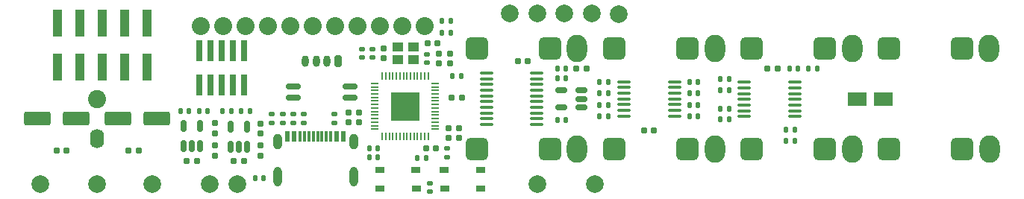
<source format=gbr>
%TF.GenerationSoftware,KiCad,Pcbnew,(6.0.2)*%
%TF.CreationDate,2022-03-16T17:45:16-04:00*%
%TF.ProjectId,cv_sequencer,63765f73-6571-4756-956e-6365722e6b69,0.1*%
%TF.SameCoordinates,Original*%
%TF.FileFunction,Soldermask,Bot*%
%TF.FilePolarity,Negative*%
%FSLAX46Y46*%
G04 Gerber Fmt 4.6, Leading zero omitted, Abs format (unit mm)*
G04 Created by KiCad (PCBNEW (6.0.2)) date 2022-03-16 17:45:16*
%MOMM*%
%LPD*%
G01*
G04 APERTURE LIST*
G04 Aperture macros list*
%AMRoundRect*
0 Rectangle with rounded corners*
0 $1 Rounding radius*
0 $2 $3 $4 $5 $6 $7 $8 $9 X,Y pos of 4 corners*
0 Add a 4 corners polygon primitive as box body*
4,1,4,$2,$3,$4,$5,$6,$7,$8,$9,$2,$3,0*
0 Add four circle primitives for the rounded corners*
1,1,$1+$1,$2,$3*
1,1,$1+$1,$4,$5*
1,1,$1+$1,$6,$7*
1,1,$1+$1,$8,$9*
0 Add four rect primitives between the rounded corners*
20,1,$1+$1,$2,$3,$4,$5,0*
20,1,$1+$1,$4,$5,$6,$7,0*
20,1,$1+$1,$6,$7,$8,$9,0*
20,1,$1+$1,$8,$9,$2,$3,0*%
%AMFreePoly0*
4,1,6,1.000000,0.000000,0.500000,-0.750000,-0.500000,-0.750000,-0.500000,0.750000,0.500000,0.750000,1.000000,0.000000,1.000000,0.000000,$1*%
G04 Aperture macros list end*
%ADD10RoundRect,0.250000X1.250000X0.550000X-1.250000X0.550000X-1.250000X-0.550000X1.250000X-0.550000X0*%
%ADD11R,0.304800X1.143000*%
%ADD12R,0.609600X1.143000*%
%ADD13O,0.990600X2.209800*%
%ADD14O,0.990600X1.803400*%
%ADD15C,2.000000*%
%ADD16RoundRect,0.155000X0.212500X0.155000X-0.212500X0.155000X-0.212500X-0.155000X0.212500X-0.155000X0*%
%ADD17RoundRect,0.147500X-0.147500X-0.172500X0.147500X-0.172500X0.147500X0.172500X-0.147500X0.172500X0*%
%ADD18RoundRect,0.147500X0.147500X0.172500X-0.147500X0.172500X-0.147500X-0.172500X0.147500X-0.172500X0*%
%ADD19RoundRect,0.147500X0.172500X-0.147500X0.172500X0.147500X-0.172500X0.147500X-0.172500X-0.147500X0*%
%ADD20O,0.800000X1.300000*%
%ADD21RoundRect,0.200000X0.200000X0.450000X-0.200000X0.450000X-0.200000X-0.450000X0.200000X-0.450000X0*%
%ADD22O,1.600000X2.200000*%
%ADD23C,2.050000*%
%ADD24FreePoly0,0.000000*%
%ADD25FreePoly0,180.000000*%
%ADD26R,1.500000X1.500000*%
%ADD27O,2.300000X3.100000*%
%ADD28RoundRect,0.650000X0.650000X-0.650000X0.650000X0.650000X-0.650000X0.650000X-0.650000X-0.650000X0*%
%ADD29C,2.032000*%
%ADD30RoundRect,0.155000X-0.212500X-0.155000X0.212500X-0.155000X0.212500X0.155000X-0.212500X0.155000X0*%
%ADD31RoundRect,0.155000X-0.155000X0.212500X-0.155000X-0.212500X0.155000X-0.212500X0.155000X0.212500X0*%
%ADD32RoundRect,0.155000X0.155000X-0.212500X0.155000X0.212500X-0.155000X0.212500X-0.155000X-0.212500X0*%
%ADD33RoundRect,0.150000X0.150000X-0.512500X0.150000X0.512500X-0.150000X0.512500X-0.150000X-0.512500X0*%
%ADD34R,1.000000X3.150000*%
%ADD35R,1.050000X0.650000*%
%ADD36RoundRect,0.100000X-0.637500X-0.100000X0.637500X-0.100000X0.637500X0.100000X-0.637500X0.100000X0*%
%ADD37RoundRect,0.147500X-0.172500X0.147500X-0.172500X-0.147500X0.172500X-0.147500X0.172500X0.147500X0*%
%ADD38RoundRect,0.100000X0.637500X0.100000X-0.637500X0.100000X-0.637500X-0.100000X0.637500X-0.100000X0*%
%ADD39RoundRect,0.050000X-0.050000X-0.387500X0.050000X-0.387500X0.050000X0.387500X-0.050000X0.387500X0*%
%ADD40RoundRect,0.050000X-0.387500X-0.050000X0.387500X-0.050000X0.387500X0.050000X-0.387500X0.050000X0*%
%ADD41C,0.508000*%
%ADD42R,3.200000X3.200000*%
%ADD43RoundRect,0.150000X0.512500X0.150000X-0.512500X0.150000X-0.512500X-0.150000X0.512500X-0.150000X0*%
%ADD44RoundRect,0.150000X-0.662500X-0.150000X0.662500X-0.150000X0.662500X0.150000X-0.662500X0.150000X0*%
%ADD45R,0.740000X2.400000*%
%ADD46R,1.150000X1.000000*%
G04 APERTURE END LIST*
D10*
%TO.C,C21*%
X112944000Y-77927200D03*
X108544000Y-77927200D03*
%TD*%
D11*
%TO.C,J4*%
X141805541Y-79952261D03*
X140805540Y-79952261D03*
X139305541Y-79952261D03*
X138305540Y-79952261D03*
D12*
X137655600Y-79952261D03*
X136855601Y-79952261D03*
D11*
X138805600Y-79952261D03*
X139805600Y-79952261D03*
X140305600Y-79952261D03*
X141305600Y-79952261D03*
D12*
X142455600Y-79952261D03*
X143255601Y-79952261D03*
D13*
X135735600Y-84527261D03*
X144375600Y-84527261D03*
D14*
X135735600Y-80527260D03*
X144375600Y-80527260D03*
%TD*%
D15*
%TO.C,TP27*%
X171754800Y-85344000D03*
%TD*%
D16*
%TO.C,C22*%
X170798300Y-72288400D03*
X169663300Y-72288400D03*
%TD*%
%TO.C,C3*%
X163008500Y-71424800D03*
X164143500Y-71424800D03*
%TD*%
D17*
%TO.C,R38*%
X168480600Y-73355200D03*
X167510600Y-73355200D03*
%TD*%
D18*
%TO.C,R37*%
X168480600Y-78130400D03*
X167510600Y-78130400D03*
%TD*%
D17*
%TO.C,R36*%
X168480600Y-72288400D03*
X167510600Y-72288400D03*
%TD*%
D19*
%TO.C,U11*%
X153060400Y-86235400D03*
X153060400Y-85265400D03*
%TD*%
D17*
%TO.C,U10*%
X133220600Y-84683600D03*
X134190600Y-84683600D03*
%TD*%
D19*
%TO.C,R35*%
X154990800Y-81353800D03*
X154990800Y-82323800D03*
%TD*%
%TO.C,R34*%
X135128000Y-77442200D03*
X135128000Y-78412200D03*
%TD*%
D20*
%TO.C,J1*%
X138896400Y-71424800D03*
X140146400Y-71424800D03*
X141396400Y-71424800D03*
D21*
X142646400Y-71424800D03*
%TD*%
D22*
%TO.C,E1*%
X115316000Y-80192000D03*
D23*
X115316000Y-75692000D03*
%TD*%
D24*
%TO.C,J5*%
X201006808Y-75711888D03*
D25*
X205006808Y-75711888D03*
D26*
X204206808Y-75711888D03*
X201806808Y-75711888D03*
%TD*%
D27*
%TO.C,J12*%
X200942400Y-69977000D03*
D28*
X189542400Y-69977000D03*
X197842400Y-69977000D03*
%TD*%
D27*
%TO.C,J8*%
X200942400Y-81407000D03*
D28*
X189542400Y-81407000D03*
X197842400Y-81407000D03*
%TD*%
D27*
%TO.C,J6*%
X169751200Y-81407000D03*
D28*
X158351200Y-81407000D03*
X166651200Y-81407000D03*
%TD*%
D27*
%TO.C,J10*%
X169751200Y-69977000D03*
D28*
X158351200Y-69977000D03*
X166651200Y-69977000D03*
%TD*%
D27*
%TO.C,J13*%
X216489000Y-69977000D03*
D28*
X205089000Y-69977000D03*
X213389000Y-69977000D03*
%TD*%
D27*
%TO.C,J9*%
X216538000Y-81407000D03*
D28*
X205138000Y-81407000D03*
X213438000Y-81407000D03*
%TD*%
D27*
%TO.C,J11*%
X185346800Y-69977000D03*
D28*
X173946800Y-69977000D03*
X182246800Y-69977000D03*
%TD*%
D29*
%TO.C,U1*%
X152463500Y-67437000D03*
X149923500Y-67437000D03*
X147383500Y-67437000D03*
X144843500Y-67437000D03*
X142303500Y-67437000D03*
X139763500Y-67437000D03*
X137223500Y-67437000D03*
X134683500Y-67437000D03*
X132143500Y-67437000D03*
X129603500Y-67437000D03*
X127063500Y-67437000D03*
%TD*%
D27*
%TO.C,J7*%
X185346800Y-81407000D03*
D28*
X173946800Y-81407000D03*
X182246800Y-81407000D03*
%TD*%
D16*
%TO.C,C2*%
X156320300Y-80162400D03*
X155185300Y-80162400D03*
%TD*%
D30*
%TO.C,C16*%
X126597100Y-82774400D03*
X125462100Y-82774400D03*
%TD*%
D17*
%TO.C,R16*%
X186971800Y-73456800D03*
X186001800Y-73456800D03*
%TD*%
D31*
%TO.C,C14*%
X128620400Y-79582700D03*
X128620400Y-78447700D03*
%TD*%
D30*
%TO.C,C17*%
X131931100Y-82774400D03*
X130796100Y-82774400D03*
%TD*%
D32*
%TO.C,C10*%
X155295600Y-70552500D03*
X155295600Y-71687500D03*
%TD*%
D33*
%TO.C,U3*%
X132313599Y-81117900D03*
X131363599Y-81117900D03*
X130413599Y-81117900D03*
X130413599Y-78842900D03*
X132313599Y-78842900D03*
%TD*%
D17*
%TO.C,R19*%
X186971800Y-78028800D03*
X186001800Y-78028800D03*
%TD*%
%TO.C,R6*%
X147144600Y-81280000D03*
X146174600Y-81280000D03*
%TD*%
D15*
%TO.C,TP22*%
X168300400Y-66014270D03*
%TD*%
D17*
%TO.C,R22*%
X194795000Y-72288400D03*
X193825000Y-72288400D03*
%TD*%
D31*
%TO.C,C4*%
X154025600Y-71687500D03*
X154025600Y-70552500D03*
%TD*%
D17*
%TO.C,R21*%
X194416400Y-79197200D03*
X193446400Y-79197200D03*
%TD*%
D16*
%TO.C,C24*%
X191354900Y-72288400D03*
X192489900Y-72288400D03*
%TD*%
D18*
%TO.C,R10*%
X129512200Y-77084800D03*
X130482200Y-77084800D03*
%TD*%
%TO.C,R9*%
X131645800Y-77084800D03*
X132615800Y-77084800D03*
%TD*%
D34*
%TO.C,J3*%
X120958600Y-72121000D03*
X120958600Y-67071000D03*
X118418600Y-72121000D03*
X118418600Y-67071000D03*
X115878600Y-72121000D03*
X115878600Y-67071000D03*
X113338600Y-72121000D03*
X113338600Y-67071000D03*
X110798600Y-72121000D03*
X110798600Y-67071000D03*
%TD*%
D15*
%TO.C,TP19*%
X171399200Y-66014270D03*
%TD*%
D35*
%TO.C,SW2*%
X151483000Y-85911009D03*
X147333000Y-85911009D03*
X151458000Y-83761009D03*
X147333000Y-83761009D03*
%TD*%
D36*
%TO.C,U7*%
X175051420Y-77652680D03*
X175051420Y-77002680D03*
X175051420Y-76352680D03*
X175051420Y-75702680D03*
X175051420Y-75052680D03*
X175051420Y-74402680D03*
X175051420Y-73752680D03*
X180776420Y-73752680D03*
X180776420Y-74402680D03*
X180776420Y-75052680D03*
X180776420Y-75702680D03*
X180776420Y-76352680D03*
X180776420Y-77002680D03*
X180776420Y-77652680D03*
%TD*%
D17*
%TO.C,R18*%
X196979400Y-72288400D03*
X196009400Y-72288400D03*
%TD*%
D37*
%TO.C,R31*%
X137566400Y-78412200D03*
X137566400Y-77442200D03*
%TD*%
D18*
%TO.C,R11*%
X126870600Y-77084800D03*
X127840600Y-77084800D03*
%TD*%
D17*
%TO.C,R28*%
X173268120Y-73772280D03*
X172298120Y-73772280D03*
%TD*%
D19*
%TO.C,R13*%
X142189200Y-77442200D03*
X142189200Y-78412200D03*
%TD*%
D30*
%TO.C,C12*%
X152594500Y-81330800D03*
X153729500Y-81330800D03*
%TD*%
D15*
%TO.C,TP13*%
X121564400Y-85344000D03*
%TD*%
D18*
%TO.C,R24*%
X172298120Y-75059213D03*
X173268120Y-75059213D03*
%TD*%
D15*
%TO.C,TP23*%
X162102800Y-66014270D03*
%TD*%
D16*
%TO.C,C8*%
X152797700Y-69342000D03*
X153932700Y-69342000D03*
%TD*%
%TO.C,C1*%
X155185300Y-78994000D03*
X156320300Y-78994000D03*
%TD*%
D17*
%TO.C,R8*%
X156593400Y-73101200D03*
X155623400Y-73101200D03*
%TD*%
D38*
%TO.C,U6*%
X165168500Y-72767000D03*
X165168500Y-73417000D03*
X165168500Y-74067000D03*
X165168500Y-74717000D03*
X165168500Y-75367000D03*
X165168500Y-76017000D03*
X165168500Y-76667000D03*
X165168500Y-77317000D03*
X165168500Y-77967000D03*
X165168500Y-78617000D03*
X159443500Y-78617000D03*
X159443500Y-77967000D03*
X159443500Y-77317000D03*
X159443500Y-76667000D03*
X159443500Y-76017000D03*
X159443500Y-75367000D03*
X159443500Y-74717000D03*
X159443500Y-74067000D03*
X159443500Y-73417000D03*
X159443500Y-72767000D03*
%TD*%
D33*
%TO.C,U4*%
X126979600Y-81067100D03*
X126029600Y-81067100D03*
X125079600Y-81067100D03*
X125079600Y-78792100D03*
X126979600Y-78792100D03*
%TD*%
D32*
%TO.C,C15*%
X128620401Y-80987700D03*
X128620401Y-82122700D03*
%TD*%
D10*
%TO.C,C20*%
X122088000Y-77927200D03*
X117688000Y-77927200D03*
%TD*%
D15*
%TO.C,TP9*%
X131165600Y-85344000D03*
%TD*%
D39*
%TO.C,U2*%
X147641000Y-79967700D03*
X148041000Y-79967700D03*
X148441000Y-79967700D03*
X148841000Y-79967700D03*
X149241000Y-79967700D03*
X149641000Y-79967700D03*
X150041000Y-79967700D03*
X150441000Y-79967700D03*
X150841000Y-79967700D03*
X151241000Y-79967700D03*
X151641000Y-79967700D03*
X152041000Y-79967700D03*
X152441000Y-79967700D03*
X152841000Y-79967700D03*
D40*
X153678500Y-79130200D03*
X153678500Y-78730200D03*
X153678500Y-78330200D03*
X153678500Y-77930200D03*
X153678500Y-77530200D03*
X153678500Y-77130200D03*
X153678500Y-76730200D03*
X153678500Y-76330200D03*
X153678500Y-75930200D03*
X153678500Y-75530200D03*
X153678500Y-75130200D03*
X153678500Y-74730200D03*
X153678500Y-74330200D03*
X153678500Y-73930200D03*
D39*
X152841000Y-73092700D03*
X152441000Y-73092700D03*
X152041000Y-73092700D03*
X151641000Y-73092700D03*
X151241000Y-73092700D03*
X150841000Y-73092700D03*
X150441000Y-73092700D03*
X150041000Y-73092700D03*
X149641000Y-73092700D03*
X149241000Y-73092700D03*
X148841000Y-73092700D03*
X148441000Y-73092700D03*
X148041000Y-73092700D03*
X147641000Y-73092700D03*
D40*
X146803500Y-73930200D03*
X146803500Y-74330200D03*
X146803500Y-74730200D03*
X146803500Y-75130200D03*
X146803500Y-75530200D03*
X146803500Y-75930200D03*
X146803500Y-76330200D03*
X146803500Y-76730200D03*
X146803500Y-77130200D03*
X146803500Y-77530200D03*
X146803500Y-77930200D03*
X146803500Y-78330200D03*
X146803500Y-78730200D03*
X146803500Y-79130200D03*
D41*
X151441000Y-75330200D03*
X149041000Y-75330200D03*
D42*
X150241000Y-76530200D03*
D41*
X151441000Y-76130200D03*
X150641000Y-76930200D03*
X149041000Y-76930200D03*
X151441000Y-77730200D03*
X149841000Y-76930200D03*
X149841000Y-76130200D03*
X149841000Y-75330200D03*
X151441000Y-76930200D03*
X150638519Y-77730200D03*
X149841000Y-77730200D03*
X150641000Y-76130200D03*
X149041000Y-76130200D03*
X150641000Y-75330200D03*
X149041000Y-77730200D03*
%TD*%
D30*
%TO.C,C18*%
X119998300Y-81584800D03*
X118863300Y-81584800D03*
%TD*%
D43*
%TO.C,U5*%
X170250700Y-74742000D03*
X170250700Y-75692000D03*
X170250700Y-76642000D03*
X167975700Y-76642000D03*
X167975700Y-74742000D03*
%TD*%
D31*
%TO.C,C13*%
X133852800Y-79633500D03*
X133852800Y-78498500D03*
%TD*%
D18*
%TO.C,R3*%
X154404200Y-68173600D03*
X155374200Y-68173600D03*
%TD*%
D15*
%TO.C,TP24*%
X174498000Y-66040000D03*
%TD*%
D19*
%TO.C,R14*%
X138734800Y-77442200D03*
X138734800Y-78412200D03*
%TD*%
D18*
%TO.C,R17*%
X193446400Y-80467200D03*
X194416400Y-80467200D03*
%TD*%
%TO.C,R2*%
X154404200Y-66802000D03*
X155374200Y-66802000D03*
%TD*%
%TO.C,R29*%
X182508920Y-73772280D03*
X183478920Y-73772280D03*
%TD*%
D32*
%TO.C,C11*%
X133852800Y-80987700D03*
X133852800Y-82122700D03*
%TD*%
D18*
%TO.C,R27*%
X172298120Y-77633080D03*
X173268120Y-77633080D03*
%TD*%
D16*
%TO.C,C23*%
X177346420Y-79256475D03*
X178481420Y-79256475D03*
%TD*%
D44*
%TO.C,U9*%
X137584500Y-75565000D03*
X137584500Y-74295000D03*
X143959500Y-74295000D03*
X143959500Y-75565000D03*
%TD*%
D18*
%TO.C,R25*%
X182508920Y-75059213D03*
X183478920Y-75059213D03*
%TD*%
%TO.C,R12*%
X124737000Y-77084800D03*
X125707000Y-77084800D03*
%TD*%
D45*
%TO.C,J2*%
X126898400Y-70186000D03*
X126898400Y-74086000D03*
X128168400Y-70186000D03*
X128168400Y-74086000D03*
X129438400Y-70186000D03*
X129438400Y-74086000D03*
X130708400Y-70186000D03*
X130708400Y-74086000D03*
X131978400Y-70186000D03*
X131978400Y-74086000D03*
%TD*%
D30*
%TO.C,C9*%
X144991900Y-78384400D03*
X143856900Y-78384400D03*
%TD*%
D15*
%TO.C,TP28*%
X165201600Y-85344000D03*
%TD*%
%TO.C,TP17*%
X115316000Y-85344000D03*
%TD*%
D35*
%TO.C,SW1*%
X154693800Y-83760991D03*
X158843800Y-83760991D03*
X154718800Y-85910991D03*
X158843800Y-85910991D03*
%TD*%
D17*
%TO.C,R30*%
X183478920Y-77683880D03*
X182508920Y-77683880D03*
%TD*%
D37*
%TO.C,R32*%
X145338800Y-70995400D03*
X145338800Y-70025400D03*
%TD*%
D15*
%TO.C,TP10*%
X128066800Y-85344000D03*
%TD*%
D37*
%TO.C,R4*%
X152689921Y-71611783D03*
X152689921Y-70641783D03*
%TD*%
D17*
%TO.C,R7*%
X147144600Y-82346800D03*
X146174600Y-82346800D03*
%TD*%
D37*
%TO.C,R33*%
X136398000Y-78412200D03*
X136398000Y-77442200D03*
%TD*%
D30*
%TO.C,C7*%
X144991900Y-77266800D03*
X143856900Y-77266800D03*
%TD*%
D17*
%TO.C,R23*%
X172298120Y-76363080D03*
X173268120Y-76363080D03*
%TD*%
D15*
%TO.C,TP14*%
X108813600Y-85344000D03*
%TD*%
D18*
%TO.C,R26*%
X182508920Y-76413880D03*
X183478920Y-76413880D03*
%TD*%
D16*
%TO.C,C5*%
X155540900Y-75539600D03*
X156675900Y-75539600D03*
%TD*%
D17*
%TO.C,R15*%
X186971800Y-76860400D03*
X186001800Y-76860400D03*
%TD*%
%TO.C,R5*%
X152580200Y-82397600D03*
X151610200Y-82397600D03*
%TD*%
D36*
%TO.C,U8*%
X188729700Y-77692800D03*
X188729700Y-77042800D03*
X188729700Y-76392800D03*
X188729700Y-75742800D03*
X188729700Y-75092800D03*
X188729700Y-74442800D03*
X188729700Y-73792800D03*
X194454700Y-73792800D03*
X194454700Y-74442800D03*
X194454700Y-75092800D03*
X194454700Y-75742800D03*
X194454700Y-76392800D03*
X194454700Y-77042800D03*
X194454700Y-77692800D03*
%TD*%
D15*
%TO.C,TP20*%
X165201600Y-66014270D03*
%TD*%
D46*
%TO.C,Y1*%
X149391400Y-69810400D03*
X151141400Y-69810400D03*
X151141400Y-71210400D03*
X149391400Y-71210400D03*
%TD*%
D32*
%TO.C,C6*%
X147777200Y-69942900D03*
X147777200Y-71077900D03*
%TD*%
D37*
%TO.C,R1*%
X146558000Y-70995400D03*
X146558000Y-70025400D03*
%TD*%
D17*
%TO.C,R20*%
X186971800Y-74676000D03*
X186001800Y-74676000D03*
%TD*%
D30*
%TO.C,C19*%
X111819500Y-81584800D03*
X110684500Y-81584800D03*
%TD*%
M02*

</source>
